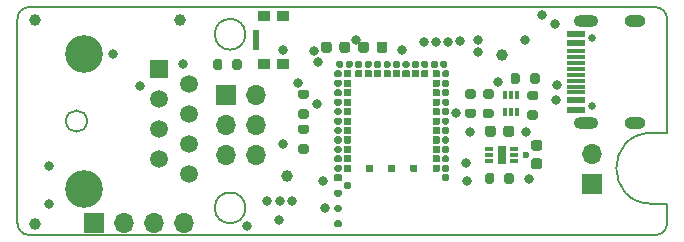
<source format=gbr>
%TF.GenerationSoftware,KiCad,Pcbnew,(5.1.10)-1*%
%TF.CreationDate,2021-10-06T18:40:40-05:00*%
%TF.ProjectId,BYTE_Control_Board,42595445-5f43-46f6-9e74-726f6c5f426f,v2.2*%
%TF.SameCoordinates,Original*%
%TF.FileFunction,Soldermask,Top*%
%TF.FilePolarity,Negative*%
%FSLAX46Y46*%
G04 Gerber Fmt 4.6, Leading zero omitted, Abs format (unit mm)*
G04 Created by KiCad (PCBNEW (5.1.10)-1) date 2021-10-06 18:40:40*
%MOMM*%
%LPD*%
G01*
G04 APERTURE LIST*
%TA.AperFunction,Profile*%
%ADD10C,0.200000*%
%TD*%
%ADD11C,1.000000*%
%ADD12O,1.700000X1.700000*%
%ADD13R,1.700000X1.700000*%
%ADD14R,0.550000X1.700000*%
%ADD15R,1.000000X0.900000*%
%ADD16R,0.400000X0.700000*%
%ADD17R,1.650000X0.300000*%
%ADD18R,1.650000X0.600000*%
%ADD19C,0.650000*%
%ADD20O,1.800000X1.000000*%
%ADD21O,2.100000X1.000000*%
%ADD22R,0.650000X1.650000*%
%ADD23R,0.700000X0.300000*%
%ADD24C,1.500000*%
%ADD25R,1.500000X1.500000*%
%ADD26C,3.200000*%
%ADD27C,0.800000*%
%ADD28C,0.600000*%
G04 APERTURE END LIST*
D10*
X121480000Y-143220004D02*
G75*
G02*
X120480000Y-142220004I0J1000000D01*
G01*
X174480000Y-123920004D02*
G75*
G02*
X175480000Y-124920004I0J-1000000D01*
G01*
X174180000Y-140570004D02*
X175480000Y-140570004D01*
X174480000Y-143220004D02*
X121480000Y-143220004D01*
X120480000Y-124920004D02*
G75*
G02*
X121480000Y-123920004I1000000J0D01*
G01*
X126380000Y-133570004D02*
G75*
G03*
X126380000Y-133570004I-900000J0D01*
G01*
X139780001Y-126220004D02*
G75*
G03*
X139780001Y-126220004I-1300001J0D01*
G01*
X174180000Y-140570004D02*
G75*
G02*
X174180000Y-134570004I0J3000000D01*
G01*
X139780001Y-140920004D02*
G75*
G03*
X139780001Y-140920004I-1300001J0D01*
G01*
X175480000Y-140570004D02*
X175480000Y-142220004D01*
X175480000Y-142220004D02*
G75*
G02*
X174480000Y-143220004I-1000000J0D01*
G01*
X120480000Y-142220004D02*
X120480000Y-124920004D01*
X175480000Y-134570004D02*
X174180000Y-134570004D01*
X121480000Y-123920004D02*
X174480000Y-123920004D01*
X175480000Y-124920004D02*
X175480000Y-134570004D01*
D11*
%TO.C,REF\u002A\u002A*%
X143330000Y-138220000D03*
%TD*%
%TO.C,REF\u002A\u002A*%
X161500000Y-128000000D03*
%TD*%
%TO.C,REF\u002A\u002A*%
X122000000Y-142250000D03*
%TD*%
%TO.C,REF\u002A\u002A*%
X134225000Y-125000000D03*
%TD*%
%TO.C,REF\u002A\u002A*%
X122000000Y-125000000D03*
%TD*%
D12*
%TO.C,J4*%
X134620000Y-142210000D03*
X132080000Y-142210000D03*
X129540000Y-142210000D03*
D13*
X127000000Y-142210000D03*
%TD*%
D12*
%TO.C,J3*%
X140640000Y-136450000D03*
X138100000Y-136450000D03*
X140640000Y-133910000D03*
X138100000Y-133910000D03*
X140640000Y-131370000D03*
D13*
X138100000Y-131370000D03*
%TD*%
D14*
%TO.C,SW3*%
X140700000Y-126700000D03*
D15*
X141325000Y-128750000D03*
X142925000Y-128750000D03*
X141325000Y-124650000D03*
X142925000Y-124650000D03*
%TD*%
%TO.C,R13*%
G36*
G01*
X137825000Y-128500000D02*
X137825000Y-129050000D01*
G75*
G02*
X137625000Y-129250000I-200000J0D01*
G01*
X137225000Y-129250000D01*
G75*
G02*
X137025000Y-129050000I0J200000D01*
G01*
X137025000Y-128500000D01*
G75*
G02*
X137225000Y-128300000I200000J0D01*
G01*
X137625000Y-128300000D01*
G75*
G02*
X137825000Y-128500000I0J-200000D01*
G01*
G37*
G36*
G01*
X139475000Y-128500000D02*
X139475000Y-129050000D01*
G75*
G02*
X139275000Y-129250000I-200000J0D01*
G01*
X138875000Y-129250000D01*
G75*
G02*
X138675000Y-129050000I0J200000D01*
G01*
X138675000Y-128500000D01*
G75*
G02*
X138875000Y-128300000I200000J0D01*
G01*
X139275000Y-128300000D01*
G75*
G02*
X139475000Y-128500000I0J-200000D01*
G01*
G37*
%TD*%
%TO.C,C4*%
G36*
G01*
X150890000Y-127570000D02*
X150890000Y-127070000D01*
G75*
G02*
X151115000Y-126845000I225000J0D01*
G01*
X151565000Y-126845000D01*
G75*
G02*
X151790000Y-127070000I0J-225000D01*
G01*
X151790000Y-127570000D01*
G75*
G02*
X151565000Y-127795000I-225000J0D01*
G01*
X151115000Y-127795000D01*
G75*
G02*
X150890000Y-127570000I0J225000D01*
G01*
G37*
G36*
G01*
X149340000Y-127570000D02*
X149340000Y-127070000D01*
G75*
G02*
X149565000Y-126845000I225000J0D01*
G01*
X150015000Y-126845000D01*
G75*
G02*
X150240000Y-127070000I0J-225000D01*
G01*
X150240000Y-127570000D01*
G75*
G02*
X150015000Y-127795000I-225000J0D01*
G01*
X149565000Y-127795000D01*
G75*
G02*
X149340000Y-127570000I0J225000D01*
G01*
G37*
%TD*%
%TO.C,C3*%
G36*
G01*
X147090000Y-127070000D02*
X147090000Y-127570000D01*
G75*
G02*
X146865000Y-127795000I-225000J0D01*
G01*
X146415000Y-127795000D01*
G75*
G02*
X146190000Y-127570000I0J225000D01*
G01*
X146190000Y-127070000D01*
G75*
G02*
X146415000Y-126845000I225000J0D01*
G01*
X146865000Y-126845000D01*
G75*
G02*
X147090000Y-127070000I0J-225000D01*
G01*
G37*
G36*
G01*
X148640000Y-127070000D02*
X148640000Y-127570000D01*
G75*
G02*
X148415000Y-127795000I-225000J0D01*
G01*
X147965000Y-127795000D01*
G75*
G02*
X147740000Y-127570000I0J225000D01*
G01*
X147740000Y-127070000D01*
G75*
G02*
X147965000Y-126845000I225000J0D01*
G01*
X148415000Y-126845000D01*
G75*
G02*
X148640000Y-127070000I0J-225000D01*
G01*
G37*
%TD*%
%TO.C,R10*%
G36*
G01*
X159105000Y-131665000D02*
X158555000Y-131665000D01*
G75*
G02*
X158355000Y-131465000I0J200000D01*
G01*
X158355000Y-131065000D01*
G75*
G02*
X158555000Y-130865000I200000J0D01*
G01*
X159105000Y-130865000D01*
G75*
G02*
X159305000Y-131065000I0J-200000D01*
G01*
X159305000Y-131465000D01*
G75*
G02*
X159105000Y-131665000I-200000J0D01*
G01*
G37*
G36*
G01*
X159105000Y-133315000D02*
X158555000Y-133315000D01*
G75*
G02*
X158355000Y-133115000I0J200000D01*
G01*
X158355000Y-132715000D01*
G75*
G02*
X158555000Y-132515000I200000J0D01*
G01*
X159105000Y-132515000D01*
G75*
G02*
X159305000Y-132715000I0J-200000D01*
G01*
X159305000Y-133115000D01*
G75*
G02*
X159105000Y-133315000I-200000J0D01*
G01*
G37*
%TD*%
%TO.C,R9*%
G36*
G01*
X160075000Y-132535000D02*
X160625000Y-132535000D01*
G75*
G02*
X160825000Y-132735000I0J-200000D01*
G01*
X160825000Y-133135000D01*
G75*
G02*
X160625000Y-133335000I-200000J0D01*
G01*
X160075000Y-133335000D01*
G75*
G02*
X159875000Y-133135000I0J200000D01*
G01*
X159875000Y-132735000D01*
G75*
G02*
X160075000Y-132535000I200000J0D01*
G01*
G37*
G36*
G01*
X160075000Y-130885000D02*
X160625000Y-130885000D01*
G75*
G02*
X160825000Y-131085000I0J-200000D01*
G01*
X160825000Y-131485000D01*
G75*
G02*
X160625000Y-131685000I-200000J0D01*
G01*
X160075000Y-131685000D01*
G75*
G02*
X159875000Y-131485000I0J200000D01*
G01*
X159875000Y-131085000D01*
G75*
G02*
X160075000Y-130885000I200000J0D01*
G01*
G37*
%TD*%
%TO.C,R8*%
G36*
G01*
X163825000Y-132655000D02*
X164375000Y-132655000D01*
G75*
G02*
X164575000Y-132855000I0J-200000D01*
G01*
X164575000Y-133255000D01*
G75*
G02*
X164375000Y-133455000I-200000J0D01*
G01*
X163825000Y-133455000D01*
G75*
G02*
X163625000Y-133255000I0J200000D01*
G01*
X163625000Y-132855000D01*
G75*
G02*
X163825000Y-132655000I200000J0D01*
G01*
G37*
G36*
G01*
X163825000Y-131005000D02*
X164375000Y-131005000D01*
G75*
G02*
X164575000Y-131205000I0J-200000D01*
G01*
X164575000Y-131605000D01*
G75*
G02*
X164375000Y-131805000I-200000J0D01*
G01*
X163825000Y-131805000D01*
G75*
G02*
X163625000Y-131605000I0J200000D01*
G01*
X163625000Y-131205000D01*
G75*
G02*
X163825000Y-131005000I200000J0D01*
G01*
G37*
%TD*%
%TO.C,R7*%
G36*
G01*
X163030000Y-129695000D02*
X163030000Y-130245000D01*
G75*
G02*
X162830000Y-130445000I-200000J0D01*
G01*
X162430000Y-130445000D01*
G75*
G02*
X162230000Y-130245000I0J200000D01*
G01*
X162230000Y-129695000D01*
G75*
G02*
X162430000Y-129495000I200000J0D01*
G01*
X162830000Y-129495000D01*
G75*
G02*
X163030000Y-129695000I0J-200000D01*
G01*
G37*
G36*
G01*
X164680000Y-129695000D02*
X164680000Y-130245000D01*
G75*
G02*
X164480000Y-130445000I-200000J0D01*
G01*
X164080000Y-130445000D01*
G75*
G02*
X163880000Y-130245000I0J200000D01*
G01*
X163880000Y-129695000D01*
G75*
G02*
X164080000Y-129495000I200000J0D01*
G01*
X164480000Y-129495000D01*
G75*
G02*
X164680000Y-129695000I0J-200000D01*
G01*
G37*
%TD*%
D16*
%TO.C,Q1*%
X162230000Y-132820000D03*
X161730000Y-132820000D03*
X162230000Y-131320000D03*
X162730000Y-132820000D03*
X161730000Y-131320000D03*
X162730000Y-131320000D03*
%TD*%
D12*
%TO.C,J2*%
X169080000Y-136320000D03*
D13*
X169080000Y-138860000D03*
%TD*%
D17*
%TO.C,P1*%
X167795000Y-127650000D03*
X167795000Y-128150000D03*
X167795000Y-128650000D03*
X167795000Y-129150000D03*
X167795000Y-129650000D03*
X167795000Y-130150000D03*
X167795000Y-130650000D03*
X167795000Y-131150000D03*
D18*
X167795000Y-127000000D03*
X167795000Y-131800000D03*
X167795000Y-126200000D03*
X167795000Y-132600000D03*
D19*
X169120000Y-126510000D03*
X169120000Y-132290000D03*
D20*
X172770000Y-125080000D03*
X172770000Y-133720000D03*
D21*
X168620000Y-125080000D03*
X168620000Y-133720000D03*
%TD*%
%TO.C,U2*%
G36*
G01*
X147319200Y-138620003D02*
X147319200Y-138120001D01*
G75*
G02*
X147369999Y-138069202I50799J0D01*
G01*
X147870001Y-138069202D01*
G75*
G02*
X147920800Y-138120001I0J-50799D01*
G01*
X147920800Y-138620003D01*
G75*
G02*
X147870001Y-138670802I-50799J0D01*
G01*
X147369999Y-138670802D01*
G75*
G02*
X147319200Y-138620003I0J50799D01*
G01*
G37*
G36*
G01*
X147319200Y-137720402D02*
X147319200Y-137419602D01*
G75*
G02*
X147469600Y-137269202I150400J0D01*
G01*
X147770400Y-137269202D01*
G75*
G02*
X147920800Y-137419602I0J-150400D01*
G01*
X147920800Y-137720402D01*
G75*
G02*
X147770400Y-137870802I-150400J0D01*
G01*
X147469600Y-137870802D01*
G75*
G02*
X147319200Y-137720402I0J150400D01*
G01*
G37*
G36*
G01*
X148169999Y-137269202D02*
X148670001Y-137269202D01*
G75*
G02*
X148720800Y-137320001I0J-50799D01*
G01*
X148720800Y-137820003D01*
G75*
G02*
X148670001Y-137870802I-50799J0D01*
G01*
X148169999Y-137870802D01*
G75*
G02*
X148119200Y-137820003I0J50799D01*
G01*
X148119200Y-137320001D01*
G75*
G02*
X148169999Y-137269202I50799J0D01*
G01*
G37*
G36*
G01*
X147319200Y-136920402D02*
X147319200Y-136619602D01*
G75*
G02*
X147469600Y-136469202I150400J0D01*
G01*
X147770400Y-136469202D01*
G75*
G02*
X147920800Y-136619602I0J-150400D01*
G01*
X147920800Y-136920402D01*
G75*
G02*
X147770400Y-137070802I-150400J0D01*
G01*
X147469600Y-137070802D01*
G75*
G02*
X147319200Y-136920402I0J150400D01*
G01*
G37*
G36*
G01*
X148169999Y-136469202D02*
X148670001Y-136469202D01*
G75*
G02*
X148720800Y-136520001I0J-50799D01*
G01*
X148720800Y-137020003D01*
G75*
G02*
X148670001Y-137070802I-50799J0D01*
G01*
X148169999Y-137070802D01*
G75*
G02*
X148119200Y-137020003I0J50799D01*
G01*
X148119200Y-136520001D01*
G75*
G02*
X148169999Y-136469202I50799J0D01*
G01*
G37*
G36*
G01*
X147319200Y-136120402D02*
X147319200Y-135819602D01*
G75*
G02*
X147469600Y-135669202I150400J0D01*
G01*
X147770400Y-135669202D01*
G75*
G02*
X147920800Y-135819602I0J-150400D01*
G01*
X147920800Y-136120402D01*
G75*
G02*
X147770400Y-136270802I-150400J0D01*
G01*
X147469600Y-136270802D01*
G75*
G02*
X147319200Y-136120402I0J150400D01*
G01*
G37*
G36*
G01*
X148170003Y-135669202D02*
X148670005Y-135669202D01*
G75*
G02*
X148720804Y-135720001I0J-50799D01*
G01*
X148720804Y-136220003D01*
G75*
G02*
X148670005Y-136270802I-50799J0D01*
G01*
X148170003Y-136270802D01*
G75*
G02*
X148119204Y-136220003I0J50799D01*
G01*
X148119204Y-135720001D01*
G75*
G02*
X148170003Y-135669202I50799J0D01*
G01*
G37*
G36*
G01*
X147319203Y-135320404D02*
X147319203Y-135019604D01*
G75*
G02*
X147469603Y-134869204I150400J0D01*
G01*
X147770403Y-134869204D01*
G75*
G02*
X147920803Y-135019604I0J-150400D01*
G01*
X147920803Y-135320404D01*
G75*
G02*
X147770403Y-135470804I-150400J0D01*
G01*
X147469603Y-135470804D01*
G75*
G02*
X147319203Y-135320404I0J150400D01*
G01*
G37*
G36*
G01*
X148170003Y-134869204D02*
X148670005Y-134869204D01*
G75*
G02*
X148720804Y-134920003I0J-50799D01*
G01*
X148720804Y-135420005D01*
G75*
G02*
X148670005Y-135470804I-50799J0D01*
G01*
X148170003Y-135470804D01*
G75*
G02*
X148119204Y-135420005I0J50799D01*
G01*
X148119204Y-134920003D01*
G75*
G02*
X148170003Y-134869204I50799J0D01*
G01*
G37*
G36*
G01*
X147319200Y-134520402D02*
X147319200Y-134219602D01*
G75*
G02*
X147469600Y-134069202I150400J0D01*
G01*
X147770400Y-134069202D01*
G75*
G02*
X147920800Y-134219602I0J-150400D01*
G01*
X147920800Y-134520402D01*
G75*
G02*
X147770400Y-134670802I-150400J0D01*
G01*
X147469600Y-134670802D01*
G75*
G02*
X147319200Y-134520402I0J150400D01*
G01*
G37*
G36*
G01*
X148169997Y-134069202D02*
X148669999Y-134069202D01*
G75*
G02*
X148720798Y-134120001I0J-50799D01*
G01*
X148720798Y-134620003D01*
G75*
G02*
X148669999Y-134670802I-50799J0D01*
G01*
X148169997Y-134670802D01*
G75*
G02*
X148119198Y-134620003I0J50799D01*
G01*
X148119198Y-134120001D01*
G75*
G02*
X148169997Y-134069202I50799J0D01*
G01*
G37*
G36*
G01*
X147319200Y-133720402D02*
X147319200Y-133419602D01*
G75*
G02*
X147469600Y-133269202I150400J0D01*
G01*
X147770400Y-133269202D01*
G75*
G02*
X147920800Y-133419602I0J-150400D01*
G01*
X147920800Y-133720402D01*
G75*
G02*
X147770400Y-133870802I-150400J0D01*
G01*
X147469600Y-133870802D01*
G75*
G02*
X147319200Y-133720402I0J150400D01*
G01*
G37*
G36*
G01*
X148169999Y-133269199D02*
X148670001Y-133269199D01*
G75*
G02*
X148720800Y-133319998I0J-50799D01*
G01*
X148720800Y-133820000D01*
G75*
G02*
X148670001Y-133870799I-50799J0D01*
G01*
X148169999Y-133870799D01*
G75*
G02*
X148119200Y-133820000I0J50799D01*
G01*
X148119200Y-133319998D01*
G75*
G02*
X148169999Y-133269199I50799J0D01*
G01*
G37*
G36*
G01*
X147319200Y-132920402D02*
X147319200Y-132619602D01*
G75*
G02*
X147469600Y-132469202I150400J0D01*
G01*
X147770400Y-132469202D01*
G75*
G02*
X147920800Y-132619602I0J-150400D01*
G01*
X147920800Y-132920402D01*
G75*
G02*
X147770400Y-133070802I-150400J0D01*
G01*
X147469600Y-133070802D01*
G75*
G02*
X147319200Y-132920402I0J150400D01*
G01*
G37*
G36*
G01*
X148169999Y-132469202D02*
X148670001Y-132469202D01*
G75*
G02*
X148720800Y-132520001I0J-50799D01*
G01*
X148720800Y-133020003D01*
G75*
G02*
X148670001Y-133070802I-50799J0D01*
G01*
X148169999Y-133070802D01*
G75*
G02*
X148119200Y-133020003I0J50799D01*
G01*
X148119200Y-132520001D01*
G75*
G02*
X148169999Y-132469202I50799J0D01*
G01*
G37*
G36*
G01*
X147319200Y-132120402D02*
X147319200Y-131819602D01*
G75*
G02*
X147469600Y-131669202I150400J0D01*
G01*
X147770400Y-131669202D01*
G75*
G02*
X147920800Y-131819602I0J-150400D01*
G01*
X147920800Y-132120402D01*
G75*
G02*
X147770400Y-132270802I-150400J0D01*
G01*
X147469600Y-132270802D01*
G75*
G02*
X147319200Y-132120402I0J150400D01*
G01*
G37*
G36*
G01*
X148169999Y-131669202D02*
X148670001Y-131669202D01*
G75*
G02*
X148720800Y-131720001I0J-50799D01*
G01*
X148720800Y-132220003D01*
G75*
G02*
X148670001Y-132270802I-50799J0D01*
G01*
X148169999Y-132270802D01*
G75*
G02*
X148119200Y-132220003I0J50799D01*
G01*
X148119200Y-131720001D01*
G75*
G02*
X148169999Y-131669202I50799J0D01*
G01*
G37*
G36*
G01*
X147319200Y-131320402D02*
X147319200Y-131019602D01*
G75*
G02*
X147469600Y-130869202I150400J0D01*
G01*
X147770400Y-130869202D01*
G75*
G02*
X147920800Y-131019602I0J-150400D01*
G01*
X147920800Y-131320402D01*
G75*
G02*
X147770400Y-131470802I-150400J0D01*
G01*
X147469600Y-131470802D01*
G75*
G02*
X147319200Y-131320402I0J150400D01*
G01*
G37*
G36*
G01*
X148169999Y-130869202D02*
X148670001Y-130869202D01*
G75*
G02*
X148720800Y-130920001I0J-50799D01*
G01*
X148720800Y-131420003D01*
G75*
G02*
X148670001Y-131470802I-50799J0D01*
G01*
X148169999Y-131470802D01*
G75*
G02*
X148119200Y-131420003I0J50799D01*
G01*
X148119200Y-130920001D01*
G75*
G02*
X148169999Y-130869202I50799J0D01*
G01*
G37*
G36*
G01*
X147319200Y-130520402D02*
X147319200Y-130219602D01*
G75*
G02*
X147469600Y-130069202I150400J0D01*
G01*
X147770400Y-130069202D01*
G75*
G02*
X147920800Y-130219602I0J-150400D01*
G01*
X147920800Y-130520402D01*
G75*
G02*
X147770400Y-130670802I-150400J0D01*
G01*
X147469600Y-130670802D01*
G75*
G02*
X147319200Y-130520402I0J150400D01*
G01*
G37*
G36*
G01*
X148169997Y-130069202D02*
X148669999Y-130069202D01*
G75*
G02*
X148720798Y-130120001I0J-50799D01*
G01*
X148720798Y-130620003D01*
G75*
G02*
X148669999Y-130670802I-50799J0D01*
G01*
X148169997Y-130670802D01*
G75*
G02*
X148119198Y-130620003I0J50799D01*
G01*
X148119198Y-130120001D01*
G75*
G02*
X148169997Y-130069202I50799J0D01*
G01*
G37*
G36*
G01*
X147319200Y-129720402D02*
X147319200Y-129419602D01*
G75*
G02*
X147469600Y-129269202I150400J0D01*
G01*
X147770400Y-129269202D01*
G75*
G02*
X147920800Y-129419602I0J-150400D01*
G01*
X147920800Y-129720402D01*
G75*
G02*
X147770400Y-129870802I-150400J0D01*
G01*
X147469600Y-129870802D01*
G75*
G02*
X147319200Y-129720402I0J150400D01*
G01*
G37*
G36*
G01*
X148169997Y-129269202D02*
X148669999Y-129269202D01*
G75*
G02*
X148720798Y-129320001I0J-50799D01*
G01*
X148720798Y-129820003D01*
G75*
G02*
X148669999Y-129870802I-50799J0D01*
G01*
X148169997Y-129870802D01*
G75*
G02*
X148119198Y-129820003I0J50799D01*
G01*
X148119198Y-129320001D01*
G75*
G02*
X148169997Y-129269202I50799J0D01*
G01*
G37*
G36*
G01*
X147619597Y-128469202D02*
X147920397Y-128469202D01*
G75*
G02*
X148070797Y-128619602I0J-150400D01*
G01*
X148070797Y-128920402D01*
G75*
G02*
X147920397Y-129070802I-150400J0D01*
G01*
X147619597Y-129070802D01*
G75*
G02*
X147469197Y-128920402I0J150400D01*
G01*
X147469197Y-128619602D01*
G75*
G02*
X147619597Y-128469202I150400J0D01*
G01*
G37*
G36*
G01*
X148419603Y-128469202D02*
X148720403Y-128469202D01*
G75*
G02*
X148870803Y-128619602I0J-150400D01*
G01*
X148870803Y-128920402D01*
G75*
G02*
X148720403Y-129070802I-150400J0D01*
G01*
X148419603Y-129070802D01*
G75*
G02*
X148269203Y-128920402I0J150400D01*
G01*
X148269203Y-128619602D01*
G75*
G02*
X148419603Y-128469202I150400J0D01*
G01*
G37*
G36*
G01*
X149219602Y-128469202D02*
X149520402Y-128469202D01*
G75*
G02*
X149670802Y-128619602I0J-150400D01*
G01*
X149670802Y-128920402D01*
G75*
G02*
X149520402Y-129070802I-150400J0D01*
G01*
X149219602Y-129070802D01*
G75*
G02*
X149069202Y-128920402I0J150400D01*
G01*
X149069202Y-128619602D01*
G75*
G02*
X149219602Y-128469202I150400J0D01*
G01*
G37*
G36*
G01*
X149120001Y-129269202D02*
X149620003Y-129269202D01*
G75*
G02*
X149670802Y-129320001I0J-50799D01*
G01*
X149670802Y-129820003D01*
G75*
G02*
X149620003Y-129870802I-50799J0D01*
G01*
X149120001Y-129870802D01*
G75*
G02*
X149069202Y-129820003I0J50799D01*
G01*
X149069202Y-129320001D01*
G75*
G02*
X149120001Y-129269202I50799J0D01*
G01*
G37*
G36*
G01*
X150019603Y-128469199D02*
X150320403Y-128469199D01*
G75*
G02*
X150470803Y-128619599I0J-150400D01*
G01*
X150470803Y-128920399D01*
G75*
G02*
X150320403Y-129070799I-150400J0D01*
G01*
X150019603Y-129070799D01*
G75*
G02*
X149869203Y-128920399I0J150400D01*
G01*
X149869203Y-128619599D01*
G75*
G02*
X150019603Y-128469199I150400J0D01*
G01*
G37*
G36*
G01*
X149919999Y-129269202D02*
X150420001Y-129269202D01*
G75*
G02*
X150470800Y-129320001I0J-50799D01*
G01*
X150470800Y-129820003D01*
G75*
G02*
X150420001Y-129870802I-50799J0D01*
G01*
X149919999Y-129870802D01*
G75*
G02*
X149869200Y-129820003I0J50799D01*
G01*
X149869200Y-129320001D01*
G75*
G02*
X149919999Y-129269202I50799J0D01*
G01*
G37*
G36*
G01*
X150819598Y-128469199D02*
X151120398Y-128469199D01*
G75*
G02*
X151270798Y-128619599I0J-150400D01*
G01*
X151270798Y-128920399D01*
G75*
G02*
X151120398Y-129070799I-150400J0D01*
G01*
X150819598Y-129070799D01*
G75*
G02*
X150669198Y-128920399I0J150400D01*
G01*
X150669198Y-128619599D01*
G75*
G02*
X150819598Y-128469199I150400J0D01*
G01*
G37*
G36*
G01*
X150719999Y-129269202D02*
X151220001Y-129269202D01*
G75*
G02*
X151270800Y-129320001I0J-50799D01*
G01*
X151270800Y-129820003D01*
G75*
G02*
X151220001Y-129870802I-50799J0D01*
G01*
X150719999Y-129870802D01*
G75*
G02*
X150669200Y-129820003I0J50799D01*
G01*
X150669200Y-129320001D01*
G75*
G02*
X150719999Y-129269202I50799J0D01*
G01*
G37*
G36*
G01*
X151619602Y-128469202D02*
X151920402Y-128469202D01*
G75*
G02*
X152070802Y-128619602I0J-150400D01*
G01*
X152070802Y-128920402D01*
G75*
G02*
X151920402Y-129070802I-150400J0D01*
G01*
X151619602Y-129070802D01*
G75*
G02*
X151469202Y-128920402I0J150400D01*
G01*
X151469202Y-128619602D01*
G75*
G02*
X151619602Y-128469202I150400J0D01*
G01*
G37*
G36*
G01*
X151520001Y-129269202D02*
X152020003Y-129269202D01*
G75*
G02*
X152070802Y-129320001I0J-50799D01*
G01*
X152070802Y-129820003D01*
G75*
G02*
X152020003Y-129870802I-50799J0D01*
G01*
X151520001Y-129870802D01*
G75*
G02*
X151469202Y-129820003I0J50799D01*
G01*
X151469202Y-129320001D01*
G75*
G02*
X151520001Y-129269202I50799J0D01*
G01*
G37*
G36*
G01*
X152419603Y-128469202D02*
X152720403Y-128469202D01*
G75*
G02*
X152870803Y-128619602I0J-150400D01*
G01*
X152870803Y-128920402D01*
G75*
G02*
X152720403Y-129070802I-150400J0D01*
G01*
X152419603Y-129070802D01*
G75*
G02*
X152269203Y-128920402I0J150400D01*
G01*
X152269203Y-128619602D01*
G75*
G02*
X152419603Y-128469202I150400J0D01*
G01*
G37*
G36*
G01*
X152319997Y-129269202D02*
X152819999Y-129269202D01*
G75*
G02*
X152870798Y-129320001I0J-50799D01*
G01*
X152870798Y-129820003D01*
G75*
G02*
X152819999Y-129870802I-50799J0D01*
G01*
X152319997Y-129870802D01*
G75*
G02*
X152269198Y-129820003I0J50799D01*
G01*
X152269198Y-129320001D01*
G75*
G02*
X152319997Y-129269202I50799J0D01*
G01*
G37*
G36*
G01*
X153219600Y-128469202D02*
X153520400Y-128469202D01*
G75*
G02*
X153670800Y-128619602I0J-150400D01*
G01*
X153670800Y-128920402D01*
G75*
G02*
X153520400Y-129070802I-150400J0D01*
G01*
X153219600Y-129070802D01*
G75*
G02*
X153069200Y-128920402I0J150400D01*
G01*
X153069200Y-128619602D01*
G75*
G02*
X153219600Y-128469202I150400J0D01*
G01*
G37*
G36*
G01*
X153120003Y-129269202D02*
X153620005Y-129269202D01*
G75*
G02*
X153670804Y-129320001I0J-50799D01*
G01*
X153670804Y-129820003D01*
G75*
G02*
X153620005Y-129870802I-50799J0D01*
G01*
X153120003Y-129870802D01*
G75*
G02*
X153069204Y-129820003I0J50799D01*
G01*
X153069204Y-129320001D01*
G75*
G02*
X153120003Y-129269202I50799J0D01*
G01*
G37*
G36*
G01*
X154019605Y-128469202D02*
X154320405Y-128469202D01*
G75*
G02*
X154470805Y-128619602I0J-150400D01*
G01*
X154470805Y-128920402D01*
G75*
G02*
X154320405Y-129070802I-150400J0D01*
G01*
X154019605Y-129070802D01*
G75*
G02*
X153869205Y-128920402I0J150400D01*
G01*
X153869205Y-128619602D01*
G75*
G02*
X154019605Y-128469202I150400J0D01*
G01*
G37*
G36*
G01*
X153920004Y-129269202D02*
X154420006Y-129269202D01*
G75*
G02*
X154470805Y-129320001I0J-50799D01*
G01*
X154470805Y-129820003D01*
G75*
G02*
X154420006Y-129870802I-50799J0D01*
G01*
X153920004Y-129870802D01*
G75*
G02*
X153869205Y-129820003I0J50799D01*
G01*
X153869205Y-129320001D01*
G75*
G02*
X153920004Y-129269202I50799J0D01*
G01*
G37*
G36*
G01*
X154819600Y-128469202D02*
X155120400Y-128469202D01*
G75*
G02*
X155270800Y-128619602I0J-150400D01*
G01*
X155270800Y-128920402D01*
G75*
G02*
X155120400Y-129070802I-150400J0D01*
G01*
X154819600Y-129070802D01*
G75*
G02*
X154669200Y-128920402I0J150400D01*
G01*
X154669200Y-128619602D01*
G75*
G02*
X154819600Y-128469202I150400J0D01*
G01*
G37*
G36*
G01*
X154719999Y-129269202D02*
X155220001Y-129269202D01*
G75*
G02*
X155270800Y-129320001I0J-50799D01*
G01*
X155270800Y-129820003D01*
G75*
G02*
X155220001Y-129870802I-50799J0D01*
G01*
X154719999Y-129870802D01*
G75*
G02*
X154669200Y-129820003I0J50799D01*
G01*
X154669200Y-129320001D01*
G75*
G02*
X154719999Y-129269202I50799J0D01*
G01*
G37*
G36*
G01*
X155619604Y-128469199D02*
X155920404Y-128469199D01*
G75*
G02*
X156070804Y-128619599I0J-150400D01*
G01*
X156070804Y-128920399D01*
G75*
G02*
X155920404Y-129070799I-150400J0D01*
G01*
X155619604Y-129070799D01*
G75*
G02*
X155469204Y-128920399I0J150400D01*
G01*
X155469204Y-128619599D01*
G75*
G02*
X155619604Y-128469199I150400J0D01*
G01*
G37*
G36*
G01*
X156419600Y-128469202D02*
X156720400Y-128469202D01*
G75*
G02*
X156870800Y-128619602I0J-150400D01*
G01*
X156870800Y-128920402D01*
G75*
G02*
X156720400Y-129070802I-150400J0D01*
G01*
X156419600Y-129070802D01*
G75*
G02*
X156269200Y-128920402I0J150400D01*
G01*
X156269200Y-128619602D01*
G75*
G02*
X156419600Y-128469202I150400J0D01*
G01*
G37*
G36*
G01*
X156419202Y-129720402D02*
X156419202Y-129419602D01*
G75*
G02*
X156569602Y-129269202I150400J0D01*
G01*
X156870402Y-129269202D01*
G75*
G02*
X157020802Y-129419602I0J-150400D01*
G01*
X157020802Y-129720402D01*
G75*
G02*
X156870402Y-129870802I-150400J0D01*
G01*
X156569602Y-129870802D01*
G75*
G02*
X156419202Y-129720402I0J150400D01*
G01*
G37*
G36*
G01*
X155669999Y-129269202D02*
X156170001Y-129269202D01*
G75*
G02*
X156220800Y-129320001I0J-50799D01*
G01*
X156220800Y-129820003D01*
G75*
G02*
X156170001Y-129870802I-50799J0D01*
G01*
X155669999Y-129870802D01*
G75*
G02*
X155619200Y-129820003I0J50799D01*
G01*
X155619200Y-129320001D01*
G75*
G02*
X155669999Y-129269202I50799J0D01*
G01*
G37*
G36*
G01*
X156419202Y-130520402D02*
X156419202Y-130219602D01*
G75*
G02*
X156569602Y-130069202I150400J0D01*
G01*
X156870402Y-130069202D01*
G75*
G02*
X157020802Y-130219602I0J-150400D01*
G01*
X157020802Y-130520402D01*
G75*
G02*
X156870402Y-130670802I-150400J0D01*
G01*
X156569602Y-130670802D01*
G75*
G02*
X156419202Y-130520402I0J150400D01*
G01*
G37*
G36*
G01*
X155669999Y-130069202D02*
X156170001Y-130069202D01*
G75*
G02*
X156220800Y-130120001I0J-50799D01*
G01*
X156220800Y-130620003D01*
G75*
G02*
X156170001Y-130670802I-50799J0D01*
G01*
X155669999Y-130670802D01*
G75*
G02*
X155619200Y-130620003I0J50799D01*
G01*
X155619200Y-130120001D01*
G75*
G02*
X155669999Y-130069202I50799J0D01*
G01*
G37*
G36*
G01*
X156419202Y-131320402D02*
X156419202Y-131019602D01*
G75*
G02*
X156569602Y-130869202I150400J0D01*
G01*
X156870402Y-130869202D01*
G75*
G02*
X157020802Y-131019602I0J-150400D01*
G01*
X157020802Y-131320402D01*
G75*
G02*
X156870402Y-131470802I-150400J0D01*
G01*
X156569602Y-131470802D01*
G75*
G02*
X156419202Y-131320402I0J150400D01*
G01*
G37*
G36*
G01*
X155669999Y-130869202D02*
X156170001Y-130869202D01*
G75*
G02*
X156220800Y-130920001I0J-50799D01*
G01*
X156220800Y-131420003D01*
G75*
G02*
X156170001Y-131470802I-50799J0D01*
G01*
X155669999Y-131470802D01*
G75*
G02*
X155619200Y-131420003I0J50799D01*
G01*
X155619200Y-130920001D01*
G75*
G02*
X155669999Y-130869202I50799J0D01*
G01*
G37*
G36*
G01*
X156419202Y-132120402D02*
X156419202Y-131819602D01*
G75*
G02*
X156569602Y-131669202I150400J0D01*
G01*
X156870402Y-131669202D01*
G75*
G02*
X157020802Y-131819602I0J-150400D01*
G01*
X157020802Y-132120402D01*
G75*
G02*
X156870402Y-132270802I-150400J0D01*
G01*
X156569602Y-132270802D01*
G75*
G02*
X156419202Y-132120402I0J150400D01*
G01*
G37*
G36*
G01*
X155669999Y-131669202D02*
X156170001Y-131669202D01*
G75*
G02*
X156220800Y-131720001I0J-50799D01*
G01*
X156220800Y-132220003D01*
G75*
G02*
X156170001Y-132270802I-50799J0D01*
G01*
X155669999Y-132270802D01*
G75*
G02*
X155619200Y-132220003I0J50799D01*
G01*
X155619200Y-131720001D01*
G75*
G02*
X155669999Y-131669202I50799J0D01*
G01*
G37*
G36*
G01*
X156419202Y-132920402D02*
X156419202Y-132619602D01*
G75*
G02*
X156569602Y-132469202I150400J0D01*
G01*
X156870402Y-132469202D01*
G75*
G02*
X157020802Y-132619602I0J-150400D01*
G01*
X157020802Y-132920402D01*
G75*
G02*
X156870402Y-133070802I-150400J0D01*
G01*
X156569602Y-133070802D01*
G75*
G02*
X156419202Y-132920402I0J150400D01*
G01*
G37*
G36*
G01*
X155669999Y-132469202D02*
X156170001Y-132469202D01*
G75*
G02*
X156220800Y-132520001I0J-50799D01*
G01*
X156220800Y-133020003D01*
G75*
G02*
X156170001Y-133070802I-50799J0D01*
G01*
X155669999Y-133070802D01*
G75*
G02*
X155619200Y-133020003I0J50799D01*
G01*
X155619200Y-132520001D01*
G75*
G02*
X155669999Y-132469202I50799J0D01*
G01*
G37*
G36*
G01*
X156419202Y-133720402D02*
X156419202Y-133419602D01*
G75*
G02*
X156569602Y-133269202I150400J0D01*
G01*
X156870402Y-133269202D01*
G75*
G02*
X157020802Y-133419602I0J-150400D01*
G01*
X157020802Y-133720402D01*
G75*
G02*
X156870402Y-133870802I-150400J0D01*
G01*
X156569602Y-133870802D01*
G75*
G02*
X156419202Y-133720402I0J150400D01*
G01*
G37*
G36*
G01*
X155669999Y-133269202D02*
X156170001Y-133269202D01*
G75*
G02*
X156220800Y-133320001I0J-50799D01*
G01*
X156220800Y-133820003D01*
G75*
G02*
X156170001Y-133870802I-50799J0D01*
G01*
X155669999Y-133870802D01*
G75*
G02*
X155619200Y-133820003I0J50799D01*
G01*
X155619200Y-133320001D01*
G75*
G02*
X155669999Y-133269202I50799J0D01*
G01*
G37*
G36*
G01*
X156419202Y-134520402D02*
X156419202Y-134219602D01*
G75*
G02*
X156569602Y-134069202I150400J0D01*
G01*
X156870402Y-134069202D01*
G75*
G02*
X157020802Y-134219602I0J-150400D01*
G01*
X157020802Y-134520402D01*
G75*
G02*
X156870402Y-134670802I-150400J0D01*
G01*
X156569602Y-134670802D01*
G75*
G02*
X156419202Y-134520402I0J150400D01*
G01*
G37*
G36*
G01*
X155669999Y-134069202D02*
X156170001Y-134069202D01*
G75*
G02*
X156220800Y-134120001I0J-50799D01*
G01*
X156220800Y-134620003D01*
G75*
G02*
X156170001Y-134670802I-50799J0D01*
G01*
X155669999Y-134670802D01*
G75*
G02*
X155619200Y-134620003I0J50799D01*
G01*
X155619200Y-134120001D01*
G75*
G02*
X155669999Y-134069202I50799J0D01*
G01*
G37*
G36*
G01*
X156419202Y-135320402D02*
X156419202Y-135019602D01*
G75*
G02*
X156569602Y-134869202I150400J0D01*
G01*
X156870402Y-134869202D01*
G75*
G02*
X157020802Y-135019602I0J-150400D01*
G01*
X157020802Y-135320402D01*
G75*
G02*
X156870402Y-135470802I-150400J0D01*
G01*
X156569602Y-135470802D01*
G75*
G02*
X156419202Y-135320402I0J150400D01*
G01*
G37*
G36*
G01*
X155669999Y-134869202D02*
X156170001Y-134869202D01*
G75*
G02*
X156220800Y-134920001I0J-50799D01*
G01*
X156220800Y-135420003D01*
G75*
G02*
X156170001Y-135470802I-50799J0D01*
G01*
X155669999Y-135470802D01*
G75*
G02*
X155619200Y-135420003I0J50799D01*
G01*
X155619200Y-134920001D01*
G75*
G02*
X155669999Y-134869202I50799J0D01*
G01*
G37*
G36*
G01*
X156419202Y-136120402D02*
X156419202Y-135819602D01*
G75*
G02*
X156569602Y-135669202I150400J0D01*
G01*
X156870402Y-135669202D01*
G75*
G02*
X157020802Y-135819602I0J-150400D01*
G01*
X157020802Y-136120402D01*
G75*
G02*
X156870402Y-136270802I-150400J0D01*
G01*
X156569602Y-136270802D01*
G75*
G02*
X156419202Y-136120402I0J150400D01*
G01*
G37*
G36*
G01*
X155669999Y-135669202D02*
X156170001Y-135669202D01*
G75*
G02*
X156220800Y-135720001I0J-50799D01*
G01*
X156220800Y-136220003D01*
G75*
G02*
X156170001Y-136270802I-50799J0D01*
G01*
X155669999Y-136270802D01*
G75*
G02*
X155619200Y-136220003I0J50799D01*
G01*
X155619200Y-135720001D01*
G75*
G02*
X155669999Y-135669202I50799J0D01*
G01*
G37*
G36*
G01*
X156419202Y-136920402D02*
X156419202Y-136619602D01*
G75*
G02*
X156569602Y-136469202I150400J0D01*
G01*
X156870402Y-136469202D01*
G75*
G02*
X157020802Y-136619602I0J-150400D01*
G01*
X157020802Y-136920402D01*
G75*
G02*
X156870402Y-137070802I-150400J0D01*
G01*
X156569602Y-137070802D01*
G75*
G02*
X156419202Y-136920402I0J150400D01*
G01*
G37*
G36*
G01*
X155669999Y-136469202D02*
X156170001Y-136469202D01*
G75*
G02*
X156220800Y-136520001I0J-50799D01*
G01*
X156220800Y-137020003D01*
G75*
G02*
X156170001Y-137070802I-50799J0D01*
G01*
X155669999Y-137070802D01*
G75*
G02*
X155619200Y-137020003I0J50799D01*
G01*
X155619200Y-136520001D01*
G75*
G02*
X155669999Y-136469202I50799J0D01*
G01*
G37*
G36*
G01*
X156419202Y-137720402D02*
X156419202Y-137419602D01*
G75*
G02*
X156569602Y-137269202I150400J0D01*
G01*
X156870402Y-137269202D01*
G75*
G02*
X157020802Y-137419602I0J-150400D01*
G01*
X157020802Y-137720402D01*
G75*
G02*
X156870402Y-137870802I-150400J0D01*
G01*
X156569602Y-137870802D01*
G75*
G02*
X156419202Y-137720402I0J150400D01*
G01*
G37*
G36*
G01*
X155669999Y-137269204D02*
X156170001Y-137269204D01*
G75*
G02*
X156220800Y-137320003I0J-50799D01*
G01*
X156220800Y-137820005D01*
G75*
G02*
X156170001Y-137870804I-50799J0D01*
G01*
X155669999Y-137870804D01*
G75*
G02*
X155619200Y-137820005I0J50799D01*
G01*
X155619200Y-137320003D01*
G75*
G02*
X155669999Y-137269204I50799J0D01*
G01*
G37*
G36*
G01*
X156419202Y-138520402D02*
X156419202Y-138219602D01*
G75*
G02*
X156569602Y-138069202I150400J0D01*
G01*
X156870402Y-138069202D01*
G75*
G02*
X157020802Y-138219602I0J-150400D01*
G01*
X157020802Y-138520402D01*
G75*
G02*
X156870402Y-138670802I-150400J0D01*
G01*
X156569602Y-138670802D01*
G75*
G02*
X156419202Y-138520402I0J150400D01*
G01*
G37*
G36*
G01*
X147319200Y-139820402D02*
X147319200Y-139519602D01*
G75*
G02*
X147469600Y-139369202I150400J0D01*
G01*
X147770400Y-139369202D01*
G75*
G02*
X147920800Y-139519602I0J-150400D01*
G01*
X147920800Y-139820402D01*
G75*
G02*
X147770400Y-139970802I-150400J0D01*
G01*
X147469600Y-139970802D01*
G75*
G02*
X147319200Y-139820402I0J150400D01*
G01*
G37*
G36*
G01*
X147319200Y-141120402D02*
X147319200Y-140819602D01*
G75*
G02*
X147469600Y-140669202I150400J0D01*
G01*
X147770400Y-140669202D01*
G75*
G02*
X147920800Y-140819602I0J-150400D01*
G01*
X147920800Y-141120402D01*
G75*
G02*
X147770400Y-141270802I-150400J0D01*
G01*
X147469600Y-141270802D01*
G75*
G02*
X147319200Y-141120402I0J150400D01*
G01*
G37*
G36*
G01*
X147319200Y-142420402D02*
X147319200Y-142119602D01*
G75*
G02*
X147469600Y-141969202I150400J0D01*
G01*
X147770400Y-141969202D01*
G75*
G02*
X147920800Y-142119602I0J-150400D01*
G01*
X147920800Y-142420402D01*
G75*
G02*
X147770400Y-142570802I-150400J0D01*
G01*
X147469600Y-142570802D01*
G75*
G02*
X147319200Y-142420402I0J150400D01*
G01*
G37*
G36*
G01*
X153794999Y-137269202D02*
X154295001Y-137269202D01*
G75*
G02*
X154345800Y-137320001I0J-50799D01*
G01*
X154345800Y-137820003D01*
G75*
G02*
X154295001Y-137870802I-50799J0D01*
G01*
X153794999Y-137870802D01*
G75*
G02*
X153744200Y-137820003I0J50799D01*
G01*
X153744200Y-137320001D01*
G75*
G02*
X153794999Y-137269202I50799J0D01*
G01*
G37*
G36*
G01*
X151919999Y-137269202D02*
X152420001Y-137269202D01*
G75*
G02*
X152470800Y-137320001I0J-50799D01*
G01*
X152470800Y-137820003D01*
G75*
G02*
X152420001Y-137870802I-50799J0D01*
G01*
X151919999Y-137870802D01*
G75*
G02*
X151869200Y-137820003I0J50799D01*
G01*
X151869200Y-137320001D01*
G75*
G02*
X151919999Y-137269202I50799J0D01*
G01*
G37*
G36*
G01*
X150044999Y-137269202D02*
X150545001Y-137269202D01*
G75*
G02*
X150595800Y-137320001I0J-50799D01*
G01*
X150595800Y-137820003D01*
G75*
G02*
X150545001Y-137870802I-50799J0D01*
G01*
X150044999Y-137870802D01*
G75*
G02*
X149994200Y-137820003I0J50799D01*
G01*
X149994200Y-137320001D01*
G75*
G02*
X150044999Y-137269202I50799J0D01*
G01*
G37*
G36*
G01*
X148119200Y-139170411D02*
X148119200Y-138869611D01*
G75*
G02*
X148269600Y-138719211I150400J0D01*
G01*
X148570400Y-138719211D01*
G75*
G02*
X148720800Y-138869611I0J-150400D01*
G01*
X148720800Y-139170411D01*
G75*
G02*
X148570400Y-139320811I-150400J0D01*
G01*
X148269600Y-139320811D01*
G75*
G02*
X148119200Y-139170411I0J150400D01*
G01*
G37*
%TD*%
D22*
%TO.C,U1*%
X161470000Y-136420000D03*
D23*
X160420000Y-136920000D03*
X160420000Y-136420000D03*
X160420000Y-135920000D03*
X162520000Y-135920000D03*
X162520000Y-136420000D03*
X162520000Y-136920000D03*
%TD*%
%TO.C,R5*%
G36*
G01*
X144975000Y-131710000D02*
X144425000Y-131710000D01*
G75*
G02*
X144225000Y-131510000I0J200000D01*
G01*
X144225000Y-131110000D01*
G75*
G02*
X144425000Y-130910000I200000J0D01*
G01*
X144975000Y-130910000D01*
G75*
G02*
X145175000Y-131110000I0J-200000D01*
G01*
X145175000Y-131510000D01*
G75*
G02*
X144975000Y-131710000I-200000J0D01*
G01*
G37*
G36*
G01*
X144975000Y-133360000D02*
X144425000Y-133360000D01*
G75*
G02*
X144225000Y-133160000I0J200000D01*
G01*
X144225000Y-132760000D01*
G75*
G02*
X144425000Y-132560000I200000J0D01*
G01*
X144975000Y-132560000D01*
G75*
G02*
X145175000Y-132760000I0J-200000D01*
G01*
X145175000Y-133160000D01*
G75*
G02*
X144975000Y-133360000I-200000J0D01*
G01*
G37*
%TD*%
%TO.C,R3*%
G36*
G01*
X144415000Y-135520000D02*
X144965000Y-135520000D01*
G75*
G02*
X145165000Y-135720000I0J-200000D01*
G01*
X145165000Y-136120000D01*
G75*
G02*
X144965000Y-136320000I-200000J0D01*
G01*
X144415000Y-136320000D01*
G75*
G02*
X144215000Y-136120000I0J200000D01*
G01*
X144215000Y-135720000D01*
G75*
G02*
X144415000Y-135520000I200000J0D01*
G01*
G37*
G36*
G01*
X144415000Y-133870000D02*
X144965000Y-133870000D01*
G75*
G02*
X145165000Y-134070000I0J-200000D01*
G01*
X145165000Y-134470000D01*
G75*
G02*
X144965000Y-134670000I-200000J0D01*
G01*
X144415000Y-134670000D01*
G75*
G02*
X144215000Y-134470000I0J200000D01*
G01*
X144215000Y-134070000D01*
G75*
G02*
X144415000Y-133870000I200000J0D01*
G01*
G37*
%TD*%
%TO.C,R2*%
G36*
G01*
X160845000Y-138155000D02*
X160845000Y-138705000D01*
G75*
G02*
X160645000Y-138905000I-200000J0D01*
G01*
X160245000Y-138905000D01*
G75*
G02*
X160045000Y-138705000I0J200000D01*
G01*
X160045000Y-138155000D01*
G75*
G02*
X160245000Y-137955000I200000J0D01*
G01*
X160645000Y-137955000D01*
G75*
G02*
X160845000Y-138155000I0J-200000D01*
G01*
G37*
G36*
G01*
X162495000Y-138155000D02*
X162495000Y-138705000D01*
G75*
G02*
X162295000Y-138905000I-200000J0D01*
G01*
X161895000Y-138905000D01*
G75*
G02*
X161695000Y-138705000I0J200000D01*
G01*
X161695000Y-138155000D01*
G75*
G02*
X161895000Y-137955000I200000J0D01*
G01*
X162295000Y-137955000D01*
G75*
G02*
X162495000Y-138155000I0J-200000D01*
G01*
G37*
%TD*%
%TO.C,C2*%
G36*
G01*
X164180000Y-136725000D02*
X164680000Y-136725000D01*
G75*
G02*
X164905000Y-136950000I0J-225000D01*
G01*
X164905000Y-137400000D01*
G75*
G02*
X164680000Y-137625000I-225000J0D01*
G01*
X164180000Y-137625000D01*
G75*
G02*
X163955000Y-137400000I0J225000D01*
G01*
X163955000Y-136950000D01*
G75*
G02*
X164180000Y-136725000I225000J0D01*
G01*
G37*
G36*
G01*
X164180000Y-135175000D02*
X164680000Y-135175000D01*
G75*
G02*
X164905000Y-135400000I0J-225000D01*
G01*
X164905000Y-135850000D01*
G75*
G02*
X164680000Y-136075000I-225000J0D01*
G01*
X164180000Y-136075000D01*
G75*
G02*
X163955000Y-135850000I0J225000D01*
G01*
X163955000Y-135400000D01*
G75*
G02*
X164180000Y-135175000I225000J0D01*
G01*
G37*
%TD*%
%TO.C,C1*%
G36*
G01*
X161620000Y-134690000D02*
X161620000Y-134190000D01*
G75*
G02*
X161845000Y-133965000I225000J0D01*
G01*
X162295000Y-133965000D01*
G75*
G02*
X162520000Y-134190000I0J-225000D01*
G01*
X162520000Y-134690000D01*
G75*
G02*
X162295000Y-134915000I-225000J0D01*
G01*
X161845000Y-134915000D01*
G75*
G02*
X161620000Y-134690000I0J225000D01*
G01*
G37*
G36*
G01*
X160070000Y-134690000D02*
X160070000Y-134190000D01*
G75*
G02*
X160295000Y-133965000I225000J0D01*
G01*
X160745000Y-133965000D01*
G75*
G02*
X160970000Y-134190000I0J-225000D01*
G01*
X160970000Y-134690000D01*
G75*
G02*
X160745000Y-134915000I-225000J0D01*
G01*
X160295000Y-134915000D01*
G75*
G02*
X160070000Y-134690000I0J225000D01*
G01*
G37*
%TD*%
D24*
%TO.C,J1*%
X134990000Y-138015004D03*
X132450000Y-136745004D03*
X134990000Y-135475004D03*
X132450000Y-134205004D03*
X134990000Y-132935004D03*
X132450000Y-131665004D03*
X134990000Y-130395004D03*
D25*
X132450000Y-129125004D03*
D26*
X126100000Y-127855004D03*
X126100000Y-139285004D03*
%TD*%
D27*
X163530000Y-134520000D03*
X161150000Y-130280000D03*
X157590000Y-132900000D03*
X159480000Y-127750000D03*
X153040000Y-127530000D03*
X142940000Y-127570000D03*
X134520000Y-128770000D03*
X130850000Y-130580000D03*
X123120000Y-140610000D03*
X123120000Y-137370000D03*
X145592329Y-127600000D03*
X139954000Y-142494000D03*
X159512000Y-126746000D03*
X146350000Y-138675000D03*
X146532588Y-140909990D03*
X142650000Y-141950000D03*
X163810000Y-138450000D03*
X158490000Y-137130000D03*
X166020000Y-125380000D03*
X166060000Y-131780000D03*
X158810000Y-134460000D03*
X163420000Y-126710000D03*
X149145195Y-126680010D03*
X142950000Y-135480000D03*
D28*
X163560000Y-136420000D03*
D27*
X164920000Y-124630000D03*
X166130000Y-130500000D03*
X158540000Y-138650000D03*
X154879989Y-126860920D03*
X128580000Y-127860000D03*
X141600000Y-140350000D03*
X145950000Y-128560000D03*
X144230002Y-130350000D03*
X145800000Y-132120000D03*
X143720000Y-140360000D03*
X142675000Y-140350000D03*
X156910000Y-126900000D03*
X157930000Y-126810000D03*
X155880000Y-126860000D03*
M02*

</source>
